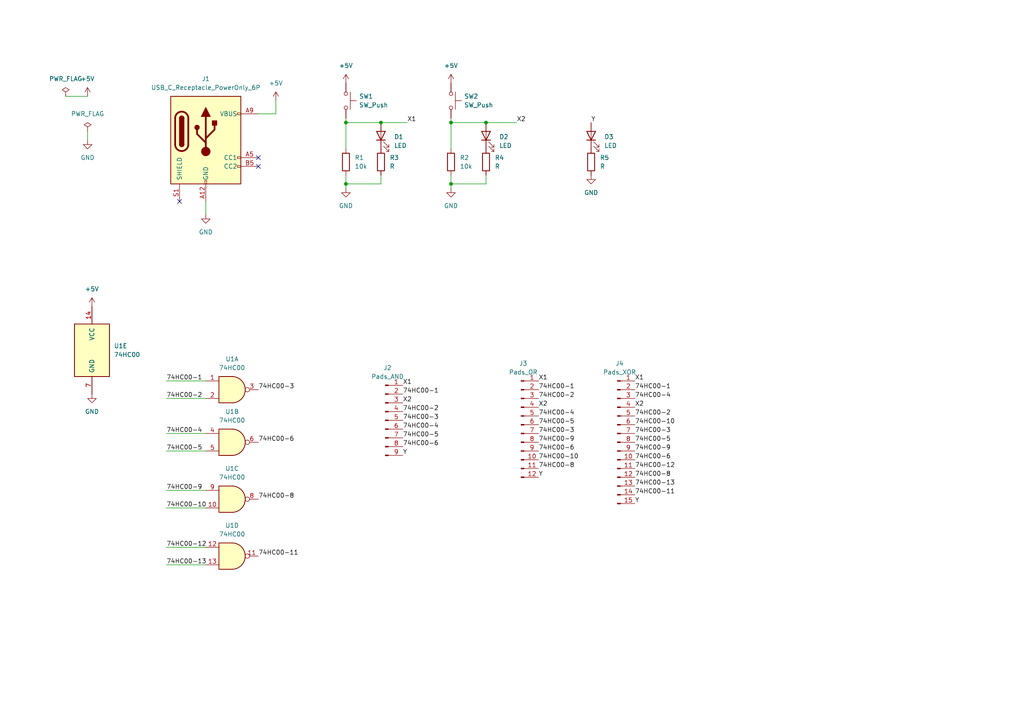
<source format=kicad_sch>
(kicad_sch (version 20211123) (generator eeschema)
  (paper "A4")
  (lib_symbols
    (symbol "74xx:74HC00" (pin_names (offset 1.016))
      (property "Reference" "U" (at 0 1.27 0))
      (property "Value" "74HC00" (at 0 -1.27 0))
      (symbol "74HC00_1_1"
        (arc (start 0 -3.81) (mid 3.81 0) (end 0 3.81) (stroke (width 0.254)) (fill (type background)))
        (polyline (pts (xy 0 3.81) (xy -3.81 3.81) (xy -3.81 -3.81) (xy 0 -3.81)) (stroke (width 0.254)) (fill (type background)))
        (pin input line (at -7.62 2.54 0) (length 3.81) (name "~") (number "1"))
        (pin input line (at -7.62 -2.54 0) (length 3.81) (name "~") (number "2"))
        (pin output inverted (at 7.62 0 180) (length 3.81) (name "~") (number "3"))
      )
      (symbol "74HC00_1_2"
        (arc (start -3.81 -3.81) (mid -2.589 0) (end -3.81 3.81) (stroke (width 0.254)))
        (arc (start -0.6096 -3.81) (mid 2.1842 -2.5851) (end 3.81 0) (stroke (width 0.254)) (fill (type background)))
        (polyline (pts (xy -3.81 -3.81) (xy -0.635 -3.81)) (stroke (width 0.254)) (fill (type background)))
        (polyline (pts (xy -3.81 3.81) (xy -0.635 3.81)) (stroke (width 0.254)) (fill (type background)))
        (polyline (pts (xy -0.635 3.81) (xy -3.81 3.81) (xy -3.81 3.81) (xy -3.556 3.4036) (xy -3.0226 2.2606) (xy -2.6924 1.0414) (xy -2.6162 -0.254) (xy -2.7686 -1.4986) (xy -3.175 -2.7178) (xy -3.81 -3.81) (xy -3.81 -3.81) (xy -0.635 -3.81)) (stroke (width -25.4)) (fill (type background)))
        (arc (start 3.81 0) (mid 2.1915 2.5936) (end -0.6096 3.81) (stroke (width 0.254)) (fill (type background)))
        (pin input inverted (at -7.62 2.54 0) (length 4.318) (name "~") (number "1"))
        (pin input inverted (at -7.62 -2.54 0) (length 4.318) (name "~") (number "2"))
        (pin output line (at 7.62 0 180) (length 3.81) (name "~") (number "3"))
      )
      (symbol "74HC00_2_1"
        (arc (start 0 -3.81) (mid 3.81 0) (end 0 3.81) (stroke (width 0.254)) (fill (type background)))
        (polyline (pts (xy 0 3.81) (xy -3.81 3.81) (xy -3.81 -3.81) (xy 0 -3.81)) (stroke (width 0.254)) (fill (type background)))
        (pin input line (at -7.62 2.54 0) (length 3.81) (name "~") (number "4"))
        (pin input line (at -7.62 -2.54 0) (length 3.81) (name "~") (number "5"))
        (pin output inverted (at 7.62 0 180) (length 3.81) (name "~") (number "6"))
      )
      (symbol "74HC00_2_2"
        (arc (start -3.81 -3.81) (mid -2.589 0) (end -3.81 3.81) (stroke (width 0.254)))
        (arc (start -0.6096 -3.81) (mid 2.1842 -2.5851) (end 3.81 0) (stroke (width 0.254)) (fill (type background)))
        (polyline (pts (xy -3.81 -3.81) (xy -0.635 -3.81)) (stroke (width 0.254)) (fill (type background)))
        (polyline (pts (xy -3.81 3.81) (xy -0.635 3.81)) (stroke (width 0.254)) (fill (type background)))
        (polyline (pts (xy -0.635 3.81) (xy -3.81 3.81) (xy -3.81 3.81) (xy -3.556 3.4036) (xy -3.0226 2.2606) (xy -2.6924 1.0414) (xy -2.6162 -0.254) (xy -2.7686 -1.4986) (xy -3.175 -2.7178) (xy -3.81 -3.81) (xy -3.81 -3.81) (xy -0.635 -3.81)) (stroke (width -25.4)) (fill (type background)))
        (arc (start 3.81 0) (mid 2.1915 2.5936) (end -0.6096 3.81) (stroke (width 0.254)) (fill (type background)))
        (pin input inverted (at -7.62 2.54 0) (length 4.318) (name "~") (number "4"))
        (pin input inverted (at -7.62 -2.54 0) (length 4.318) (name "~") (number "5"))
        (pin output line (at 7.62 0 180) (length 3.81) (name "~") (number "6"))
      )
      (symbol "74HC00_3_1"
        (arc (start 0 -3.81) (mid 3.81 0) (end 0 3.81) (stroke (width 0.254)) (fill (type background)))
        (polyline (pts (xy 0 3.81) (xy -3.81 3.81) (xy -3.81 -3.81) (xy 0 -3.81)) (stroke (width 0.254)) (fill (type background)))
        (pin input line (at -7.62 -2.54 0) (length 3.81) (name "~") (number "10"))
        (pin output inverted (at 7.62 0 180) (length 3.81) (name "~") (number "8"))
        (pin input line (at -7.62 2.54 0) (length 3.81) (name "~") (number "9"))
      )
      (symbol "74HC00_3_2"
        (arc (start -3.81 -3.81) (mid -2.589 0) (end -3.81 3.81) (stroke (width 0.254)))
        (arc (start -0.6096 -3.81) (mid 2.1842 -2.5851) (end 3.81 0) (stroke (width 0.254)) (fill (type background)))
        (polyline (pts (xy -3.81 -3.81) (xy -0.635 -3.81)) (stroke (width 0.254)) (fill (type background)))
        (polyline (pts (xy -3.81 3.81) (xy -0.635 3.81)) (stroke (width 0.254)) (fill (type background)))
        (polyline (pts (xy -0.635 3.81) (xy -3.81 3.81) (xy -3.81 3.81) (xy -3.556 3.4036) (xy -3.0226 2.2606) (xy -2.6924 1.0414) (xy -2.6162 -0.254) (xy -2.7686 -1.4986) (xy -3.175 -2.7178) (xy -3.81 -3.81) (xy -3.81 -3.81) (xy -0.635 -3.81)) (stroke (width -25.4)) (fill (type background)))
        (arc (start 3.81 0) (mid 2.1915 2.5936) (end -0.6096 3.81) (stroke (width 0.254)) (fill (type background)))
        (pin input inverted (at -7.62 -2.54 0) (length 4.318) (name "~") (number "10"))
        (pin output line (at 7.62 0 180) (length 3.81) (name "~") (number "8"))
        (pin input inverted (at -7.62 2.54 0) (length 4.318) (name "~") (number "9"))
      )
      (symbol "74HC00_4_1"
        (arc (start 0 -3.81) (mid 3.81 0) (end 0 3.81) (stroke (width 0.254)) (fill (type background)))
        (polyline (pts (xy 0 3.81) (xy -3.81 3.81) (xy -3.81 -3.81) (xy 0 -3.81)) (stroke (width 0.254)) (fill (type background)))
        (pin output inverted (at 7.62 0 180) (length 3.81) (name "~") (number "11"))
        (pin input line (at -7.62 2.54 0) (length 3.81) (name "~") (number "12"))
        (pin input line (at -7.62 -2.54 0) (length 3.81) (name "~") (number "13"))
      )
      (symbol "74HC00_4_2"
        (arc (start -3.81 -3.81) (mid -2.589 0) (end -3.81 3.81) (stroke (width 0.254)))
        (arc (start -0.6096 -3.81) (mid 2.1842 -2.5851) (end 3.81 0) (stroke (width 0.254)) (fill (type background)))
        (polyline (pts (xy -3.81 -3.81) (xy -0.635 -3.81)) (stroke (width 0.254)) (fill (type background)))
        (polyline (pts (xy -3.81 3.81) (xy -0.635 3.81)) (stroke (width 0.254)) (fill (type background)))
        (polyline (pts (xy -0.635 3.81) (xy -3.81 3.81) (xy -3.81 3.81) (xy -3.556 3.4036) (xy -3.0226 2.2606) (xy -2.6924 1.0414) (xy -2.6162 -0.254) (xy -2.7686 -1.4986) (xy -3.175 -2.7178) (xy -3.81 -3.81) (xy -3.81 -3.81) (xy -0.635 -3.81)) (stroke (width -25.4)) (fill (type background)))
        (arc (start 3.81 0) (mid 2.1915 2.5936) (end -0.6096 3.81) (stroke (width 0.254)) (fill (type background)))
        (pin output line (at 7.62 0 180) (length 3.81) (name "~") (number "11"))
        (pin input inverted (at -7.62 2.54 0) (length 4.318) (name "~") (number "12"))
        (pin input inverted (at -7.62 -2.54 0) (length 4.318) (name "~") (number "13"))
      )
      (symbol "74HC00_5_0"
        (pin power_in line (at 0 12.7 270) (length 5.08) (name "VCC") (number "14"))
        (pin power_in line (at 0 -12.7 90) (length 5.08) (name "GND") (number "7"))
      )
      (symbol "74HC00_5_1"
        (rectangle (start -5.08 7.62) (end 5.08 -7.62) (stroke (width 0.254)) (fill (type background)))
      )
    )
    (symbol "Connector:Conn_01x09_Male" (pin_names (offset 1.016) hide)
      (property "Reference" "J" (at 0 12.7 0))
      (property "Value" "Conn_01x09_Male" (at 0 -12.7 0))
      (symbol "Conn_01x09_Male_1_1"
        (polyline (pts (xy 1.27 -10.16) (xy 0.8636 -10.16)) (stroke (width 0.1524)))
        (polyline (pts (xy 1.27 -7.62) (xy 0.8636 -7.62)) (stroke (width 0.1524)))
        (polyline (pts (xy 1.27 -5.08) (xy 0.8636 -5.08)) (stroke (width 0.1524)))
        (polyline (pts (xy 1.27 -2.54) (xy 0.8636 -2.54)) (stroke (width 0.1524)))
        (polyline (pts (xy 1.27 0) (xy 0.8636 0)) (stroke (width 0.1524)))
        (polyline (pts (xy 1.27 2.54) (xy 0.8636 2.54)) (stroke (width 0.1524)))
        (polyline (pts (xy 1.27 5.08) (xy 0.8636 5.08)) (stroke (width 0.1524)))
        (polyline (pts (xy 1.27 7.62) (xy 0.8636 7.62)) (stroke (width 0.1524)))
        (polyline (pts (xy 1.27 10.16) (xy 0.8636 10.16)) (stroke (width 0.1524)))
        (rectangle (start 0.8636 -10.033) (end 0 -10.287) (stroke (width 0.1524)) (fill (type outline)))
        (rectangle (start 0.8636 -7.493) (end 0 -7.747) (stroke (width 0.1524)) (fill (type outline)))
        (rectangle (start 0.8636 -4.953) (end 0 -5.207) (stroke (width 0.1524)) (fill (type outline)))
        (rectangle (start 0.8636 -2.413) (end 0 -2.667) (stroke (width 0.1524)) (fill (type outline)))
        (rectangle (start 0.8636 0.127) (end 0 -0.127) (stroke (width 0.1524)) (fill (type outline)))
        (rectangle (start 0.8636 2.667) (end 0 2.413) (stroke (width 0.1524)) (fill (type outline)))
        (rectangle (start 0.8636 5.207) (end 0 4.953) (stroke (width 0.1524)) (fill (type outline)))
        (rectangle (start 0.8636 7.747) (end 0 7.493) (stroke (width 0.1524)) (fill (type outline)))
        (rectangle (start 0.8636 10.287) (end 0 10.033) (stroke (width 0.1524)) (fill (type outline)))
        (pin passive line (at 5.08 10.16 180) (length 3.81) (name "Pin_1") (number "1"))
        (pin passive line (at 5.08 7.62 180) (length 3.81) (name "Pin_2") (number "2"))
        (pin passive line (at 5.08 5.08 180) (length 3.81) (name "Pin_3") (number "3"))
        (pin passive line (at 5.08 2.54 180) (length 3.81) (name "Pin_4") (number "4"))
        (pin passive line (at 5.08 0 180) (length 3.81) (name "Pin_5") (number "5"))
        (pin passive line (at 5.08 -2.54 180) (length 3.81) (name "Pin_6") (number "6"))
        (pin passive line (at 5.08 -5.08 180) (length 3.81) (name "Pin_7") (number "7"))
        (pin passive line (at 5.08 -7.62 180) (length 3.81) (name "Pin_8") (number "8"))
        (pin passive line (at 5.08 -10.16 180) (length 3.81) (name "Pin_9") (number "9"))
      )
    )
    (symbol "Connector:Conn_01x12_Male" (pin_names (offset 1.016) hide)
      (property "Reference" "J" (at 0 15.24 0))
      (property "Value" "Conn_01x12_Male" (at 0 -17.78 0))
      (symbol "Conn_01x12_Male_1_1"
        (polyline (pts (xy 1.27 -15.24) (xy 0.8636 -15.24)) (stroke (width 0.1524)))
        (polyline (pts (xy 1.27 -12.7) (xy 0.8636 -12.7)) (stroke (width 0.1524)))
        (polyline (pts (xy 1.27 -10.16) (xy 0.8636 -10.16)) (stroke (width 0.1524)))
        (polyline (pts (xy 1.27 -7.62) (xy 0.8636 -7.62)) (stroke (width 0.1524)))
        (polyline (pts (xy 1.27 -5.08) (xy 0.8636 -5.08)) (stroke (width 0.1524)))
        (polyline (pts (xy 1.27 -2.54) (xy 0.8636 -2.54)) (stroke (width 0.1524)))
        (polyline (pts (xy 1.27 0) (xy 0.8636 0)) (stroke (width 0.1524)))
        (polyline (pts (xy 1.27 2.54) (xy 0.8636 2.54)) (stroke (width 0.1524)))
        (polyline (pts (xy 1.27 5.08) (xy 0.8636 5.08)) (stroke (width 0.1524)))
        (polyline (pts (xy 1.27 7.62) (xy 0.8636 7.62)) (stroke (width 0.1524)))
        (polyline (pts (xy 1.27 10.16) (xy 0.8636 10.16)) (stroke (width 0.1524)))
        (polyline (pts (xy 1.27 12.7) (xy 0.8636 12.7)) (stroke (width 0.1524)))
        (rectangle (start 0.8636 -15.113) (end 0 -15.367) (stroke (width 0.1524)) (fill (type outline)))
        (rectangle (start 0.8636 -12.573) (end 0 -12.827) (stroke (width 0.1524)) (fill (type outline)))
        (rectangle (start 0.8636 -10.033) (end 0 -10.287) (stroke (width 0.1524)) (fill (type outline)))
        (rectangle (start 0.8636 -7.493) (end 0 -7.747) (stroke (width 0.1524)) (fill (type outline)))
        (rectangle (start 0.8636 -4.953) (end 0 -5.207) (stroke (width 0.1524)) (fill (type outline)))
        (rectangle (start 0.8636 -2.413) (end 0 -2.667) (stroke (width 0.1524)) (fill (type outline)))
        (rectangle (start 0.8636 0.127) (end 0 -0.127) (stroke (width 0.1524)) (fill (type outline)))
        (rectangle (start 0.8636 2.667) (end 0 2.413) (stroke (width 0.1524)) (fill (type outline)))
        (rectangle (start 0.8636 5.207) (end 0 4.953) (stroke (width 0.1524)) (fill (type outline)))
        (rectangle (start 0.8636 7.747) (end 0 7.493) (stroke (width 0.1524)) (fill (type outline)))
        (rectangle (start 0.8636 10.287) (end 0 10.033) (stroke (width 0.1524)) (fill (type outline)))
        (rectangle (start 0.8636 12.827) (end 0 12.573) (stroke (width 0.1524)) (fill (type outline)))
        (pin passive line (at 5.08 12.7 180) (length 3.81) (name "Pin_1") (number "1"))
        (pin passive line (at 5.08 -10.16 180) (length 3.81) (name "Pin_10") (number "10"))
        (pin passive line (at 5.08 -12.7 180) (length 3.81) (name "Pin_11") (number "11"))
        (pin passive line (at 5.08 -15.24 180) (length 3.81) (name "Pin_12") (number "12"))
        (pin passive line (at 5.08 10.16 180) (length 3.81) (name "Pin_2") (number "2"))
        (pin passive line (at 5.08 7.62 180) (length 3.81) (name "Pin_3") (number "3"))
        (pin passive line (at 5.08 5.08 180) (length 3.81) (name "Pin_4") (number "4"))
        (pin passive line (at 5.08 2.54 180) (length 3.81) (name "Pin_5") (number "5"))
        (pin passive line (at 5.08 0 180) (length 3.81) (name "Pin_6") (number "6"))
        (pin passive line (at 5.08 -2.54 180) (length 3.81) (name "Pin_7") (number "7"))
        (pin passive line (at 5.08 -5.08 180) (length 3.81) (name "Pin_8") (number "8"))
        (pin passive line (at 5.08 -7.62 180) (length 3.81) (name "Pin_9") (number "9"))
      )
    )
    (symbol "Connector:Conn_01x15_Male" (pin_names (offset 1.016) hide)
      (property "Reference" "J" (at 0 20.32 0))
      (property "Value" "Conn_01x15_Male" (at 0 -20.32 0))
      (symbol "Conn_01x15_Male_1_1"
        (polyline (pts (xy 1.27 -17.78) (xy 0.8636 -17.78)) (stroke (width 0.1524)))
        (polyline (pts (xy 1.27 -15.24) (xy 0.8636 -15.24)) (stroke (width 0.1524)))
        (polyline (pts (xy 1.27 -12.7) (xy 0.8636 -12.7)) (stroke (width 0.1524)))
        (polyline (pts (xy 1.27 -10.16) (xy 0.8636 -10.16)) (stroke (width 0.1524)))
        (polyline (pts (xy 1.27 -7.62) (xy 0.8636 -7.62)) (stroke (width 0.1524)))
        (polyline (pts (xy 1.27 -5.08) (xy 0.8636 -5.08)) (stroke (width 0.1524)))
        (polyline (pts (xy 1.27 -2.54) (xy 0.8636 -2.54)) (stroke (width 0.1524)))
        (polyline (pts (xy 1.27 0) (xy 0.8636 0)) (stroke (width 0.1524)))
        (polyline (pts (xy 1.27 2.54) (xy 0.8636 2.54)) (stroke (width 0.1524)))
        (polyline (pts (xy 1.27 5.08) (xy 0.8636 5.08)) (stroke (width 0.1524)))
        (polyline (pts (xy 1.27 7.62) (xy 0.8636 7.62)) (stroke (width 0.1524)))
        (polyline (pts (xy 1.27 10.16) (xy 0.8636 10.16)) (stroke (width 0.1524)))
        (polyline (pts (xy 1.27 12.7) (xy 0.8636 12.7)) (stroke (width 0.1524)))
        (polyline (pts (xy 1.27 15.24) (xy 0.8636 15.24)) (stroke (width 0.1524)))
        (polyline (pts (xy 1.27 17.78) (xy 0.8636 17.78)) (stroke (width 0.1524)))
        (rectangle (start 0.8636 -17.653) (end 0 -17.907) (stroke (width 0.1524)) (fill (type outline)))
        (rectangle (start 0.8636 -15.113) (end 0 -15.367) (stroke (width 0.1524)) (fill (type outline)))
        (rectangle (start 0.8636 -12.573) (end 0 -12.827) (stroke (width 0.1524)) (fill (type outline)))
        (rectangle (start 0.8636 -10.033) (end 0 -10.287) (stroke (width 0.1524)) (fill (type outline)))
        (rectangle (start 0.8636 -7.493) (end 0 -7.747) (stroke (width 0.1524)) (fill (type outline)))
        (rectangle (start 0.8636 -4.953) (end 0 -5.207) (stroke (width 0.1524)) (fill (type outline)))
        (rectangle (start 0.8636 -2.413) (end 0 -2.667) (stroke (width 0.1524)) (fill (type outline)))
        (rectangle (start 0.8636 0.127) (end 0 -0.127) (stroke (width 0.1524)) (fill (type outline)))
        (rectangle (start 0.8636 2.667) (end 0 2.413) (stroke (width 0.1524)) (fill (type outline)))
        (rectangle (start 0.8636 5.207) (end 0 4.953) (stroke (width 0.1524)) (fill (type outline)))
        (rectangle (start 0.8636 7.747) (end 0 7.493) (stroke (width 0.1524)) (fill (type outline)))
        (rectangle (start 0.8636 10.287) (end 0 10.033) (stroke (width 0.1524)) (fill (type outline)))
        (rectangle (start 0.8636 12.827) (end 0 12.573) (stroke (width 0.1524)) (fill (type outline)))
        (rectangle (start 0.8636 15.367) (end 0 15.113) (stroke (width 0.1524)) (fill (type outline)))
        (rectangle (start 0.8636 17.907) (end 0 17.653) (stroke (width 0.1524)) (fill (type outline)))
        (pin passive line (at 5.08 17.78 180) (length 3.81) (name "Pin_1") (number "1"))
        (pin passive line (at 5.08 -5.08 180) (length 3.81) (name "Pin_10") (number "10"))
        (pin passive line (at 5.08 -7.62 180) (length 3.81) (name "Pin_11") (number "11"))
        (pin passive line (at 5.08 -10.16 180) (length 3.81) (name "Pin_12") (number "12"))
        (pin passive line (at 5.08 -12.7 180) (length 3.81) (name "Pin_13") (number "13"))
        (pin passive line (at 5.08 -15.24 180) (length 3.81) (name "Pin_14") (number "14"))
        (pin passive line (at 5.08 -17.78 180) (length 3.81) (name "Pin_15") (number "15"))
        (pin passive line (at 5.08 15.24 180) (length 3.81) (name "Pin_2") (number "2"))
        (pin passive line (at 5.08 12.7 180) (length 3.81) (name "Pin_3") (number "3"))
        (pin passive line (at 5.08 10.16 180) (length 3.81) (name "Pin_4") (number "4"))
        (pin passive line (at 5.08 7.62 180) (length 3.81) (name "Pin_5") (number "5"))
        (pin passive line (at 5.08 5.08 180) (length 3.81) (name "Pin_6") (number "6"))
        (pin passive line (at 5.08 2.54 180) (length 3.81) (name "Pin_7") (number "7"))
        (pin passive line (at 5.08 0 180) (length 3.81) (name "Pin_8") (number "8"))
        (pin passive line (at 5.08 -2.54 180) (length 3.81) (name "Pin_9") (number "9"))
      )
    )
    (symbol "Connector:USB_C_Receptacle_PowerOnly_6P" (pin_names (offset 1.016))
      (property "Reference" "J" (at 0 16.51 0))
      (property "Value" "USB_C_Receptacle_PowerOnly_6P" (at 0 13.97 0))
      (symbol "USB_C_Receptacle_PowerOnly_6P_0_0"
        (rectangle (start -0.254 -12.7) (end 0.254 -11.684))
        (rectangle (start 10.16 -7.366) (end 9.144 -7.874))
        (rectangle (start 10.16 -4.826) (end 9.144 -5.334))
        (rectangle (start 10.16 7.874) (end 9.144 7.366))
      )
      (symbol "USB_C_Receptacle_PowerOnly_6P_0_1"
        (rectangle (start -10.16 12.7) (end 10.16 -12.7) (stroke (width 0.254)) (fill (type background)))
        (arc (start -8.89 -1.27) (mid -6.985 -3.175) (end -5.08 -1.27) (stroke (width 0.508)))
        (arc (start -7.62 -1.27) (mid -6.985 -1.905) (end -6.35 -1.27) (stroke (width 0.254)))
        (arc (start -7.62 -1.27) (mid -6.985 -1.905) (end -6.35 -1.27) (stroke (width 0.254)) (fill (type outline)))
        (rectangle (start -7.62 -1.27) (end -6.35 6.35) (stroke (width 0.254)) (fill (type outline)))
        (arc (start -6.35 6.35) (mid -6.985 6.985) (end -7.62 6.35) (stroke (width 0.254)))
        (arc (start -6.35 6.35) (mid -6.985 6.985) (end -7.62 6.35) (stroke (width 0.254)) (fill (type outline)))
        (arc (start -5.08 6.35) (mid -6.985 8.255) (end -8.89 6.35) (stroke (width 0.508)))
        (circle (center -2.54 3.683) (radius 0.635) (stroke (width 0.254)) (fill (type outline)))
        (circle (center 0 -3.302) (radius 1.27) (fill (type outline)))
        (polyline (pts (xy -8.89 -1.27) (xy -8.89 6.35)) (stroke (width 0.508)))
        (polyline (pts (xy -5.08 6.35) (xy -5.08 -1.27)) (stroke (width 0.508)))
        (polyline (pts (xy 0 -3.302) (xy 0 6.858)) (stroke (width 0.508)))
        (polyline (pts (xy 0 -0.762) (xy -2.54 1.778) (xy -2.54 3.048)) (stroke (width 0.508)))
        (polyline (pts (xy 0 0.508) (xy 2.54 3.048) (xy 2.54 4.318)) (stroke (width 0.508)))
        (polyline (pts (xy -1.27 6.858) (xy 0 9.398) (xy 1.27 6.858) (xy -1.27 6.858)) (stroke (width 0.254)) (fill (type outline)))
        (rectangle (start 1.905 4.318) (end 3.175 5.588) (stroke (width 0.254)) (fill (type outline)))
      )
      (symbol "USB_C_Receptacle_PowerOnly_6P_1_1"
        (pin passive line (at 0 -17.78 90) (length 5.08) (name "GND") (number "A12"))
        (pin bidirectional line (at 15.24 -5.08 180) (length 5.08) (name "CC1") (number "A5"))
        (pin passive line (at 15.24 7.62 180) (length 5.08) (name "VBUS") (number "A9"))
        (pin passive line (at 0 -17.78 90) (length 5.08) hide (name "GND") (number "B12"))
        (pin bidirectional line (at 15.24 -7.62 180) (length 5.08) (name "CC2") (number "B5"))
        (pin passive line (at 15.24 7.62 180) (length 5.08) hide (name "VBUS") (number "B9"))
        (pin passive line (at -7.62 -17.78 90) (length 5.08) (name "SHIELD") (number "S1"))
      )
    )
    (symbol "Device:LED" (pin_numbers hide) (pin_names (offset 1.016) hide)
      (property "Reference" "D" (at 0 2.54 0))
      (property "Value" "LED" (at 0 -2.54 0))
      (symbol "LED_0_1"
        (polyline (pts (xy -1.27 -1.27) (xy -1.27 1.27)) (stroke (width 0.254)))
        (polyline (pts (xy -1.27 0) (xy 1.27 0)))
        (polyline (pts (xy 1.27 -1.27) (xy 1.27 1.27) (xy -1.27 0) (xy 1.27 -1.27)) (stroke (width 0.254)))
        (polyline (pts (xy -3.048 -0.762) (xy -4.572 -2.286) (xy -3.81 -2.286) (xy -4.572 -2.286) (xy -4.572 -1.524)))
        (polyline (pts (xy -1.778 -0.762) (xy -3.302 -2.286) (xy -2.54 -2.286) (xy -3.302 -2.286) (xy -3.302 -1.524)))
      )
      (symbol "LED_1_1"
        (pin passive line (at -3.81 0 0) (length 2.54) (name "K") (number "1"))
        (pin passive line (at 3.81 0 180) (length 2.54) (name "A") (number "2"))
      )
    )
    (symbol "Device:R" (pin_numbers hide) (pin_names (offset 0))
      (property "Reference" "R" (at 2.032 0 90))
      (property "Value" "R" (at 0 0 90))
      (symbol "R_0_1"
        (rectangle (start -1.016 -2.54) (end 1.016 2.54) (stroke (width 0.254)))
      )
      (symbol "R_1_1"
        (pin passive line (at 0 3.81 270) (length 1.27) (name "~") (number "1"))
        (pin passive line (at 0 -3.81 90) (length 1.27) (name "~") (number "2"))
      )
    )
    (symbol "Switch:SW_Push" (pin_numbers hide) (pin_names (offset 1.016) hide)
      (property "Reference" "SW" (at 1.27 2.54 0))
      (property "Value" "SW_Push" (at 0 -1.524 0))
      (symbol "SW_Push_0_1"
        (circle (center -2.032 0) (radius 0.508))
        (polyline (pts (xy 0 1.27) (xy 0 3.048)))
        (polyline (pts (xy 2.54 1.27) (xy -2.54 1.27)))
        (circle (center 2.032 0) (radius 0.508))
        (pin passive line (at -5.08 0 0) (length 2.54) (name "1") (number "1"))
        (pin passive line (at 5.08 0 180) (length 2.54) (name "2") (number "2"))
      )
    )
    (symbol "power:+5V" (power) (pin_names (offset 0))
      (property "Value" "+5V" (at 0 3.556 0))
      (symbol "+5V_0_1"
        (polyline (pts (xy -0.762 1.27) (xy 0 2.54)))
        (polyline (pts (xy 0 0) (xy 0 2.54)))
        (polyline (pts (xy 0 2.54) (xy 0.762 1.27)))
      )
      (symbol "+5V_1_1"
        (pin power_in line (at 0 0 90) (length 0) hide (name "+5V") (number "1"))
      )
    )
    (symbol "power:GND" (power) (pin_names (offset 0))
      (property "Value" "GND" (at 0 -3.81 0))
      (symbol "GND_0_1"
        (polyline (pts (xy 0 0) (xy 0 -1.27) (xy 1.27 -1.27) (xy 0 -2.54) (xy -1.27 -1.27) (xy 0 -1.27)))
      )
      (symbol "GND_1_1"
        (pin power_in line (at 0 0 270) (length 0) hide (name "GND") (number "1"))
      )
    )
    (symbol "power:PWR_FLAG" (power) (pin_numbers hide) (pin_names (offset 0) hide)
      (property "Value" "PWR_FLAG" (at 0 3.81 0))
      (symbol "PWR_FLAG_0_0"
        (pin power_out line (at 0 0 90) (length 0) (name "pwr") (number "1"))
      )
      (symbol "PWR_FLAG_0_1"
        (polyline (pts (xy 0 0) (xy 0 1.27) (xy -1.016 1.905) (xy 0 2.54) (xy 1.016 1.905) (xy 0 1.27)))
      )
    )
  )
  (junction (at 110.49 35.56))
  (junction (at 100.33 35.56))
  (junction (at 130.81 35.56))
  (junction (at 140.97 35.56))
  (junction (at 130.81 53.34))
  (junction (at 100.33 53.34))
  (no_connect (at 74.93 45.72))
  (no_connect (at 74.93 48.26))
  (no_connect (at 52.07 58.42))
  (wire (pts (xy 19.05 27.94) (xy 25.4 27.94)))
  (wire (pts (xy 100.33 43.18) (xy 100.33 35.56)))
  (wire (pts (xy 110.49 53.34) (xy 100.33 53.34)))
  (wire (pts (xy 130.81 35.56) (xy 130.81 34.29)))
  (wire (pts (xy 110.49 35.56) (xy 118.11 35.56)))
  (wire (pts (xy 100.33 50.8) (xy 100.33 53.34)))
  (wire (pts (xy 48.26 125.73) (xy 59.69 125.73)))
  (wire (pts (xy 130.81 43.18) (xy 130.81 35.56)))
  (wire (pts (xy 48.26 142.24) (xy 59.69 142.24)))
  (wire (pts (xy 100.33 53.34) (xy 100.33 54.61)))
  (wire (pts (xy 59.69 58.42) (xy 59.69 62.23)))
  (wire (pts (xy 80.01 33.02) (xy 80.01 29.21)))
  (wire (pts (xy 25.4 38.1) (xy 25.4 40.64)))
  (wire (pts (xy 48.26 158.75) (xy 59.69 158.75)))
  (wire (pts (xy 48.26 115.57) (xy 59.69 115.57)))
  (wire (pts (xy 48.26 163.83) (xy 59.69 163.83)))
  (wire (pts (xy 110.49 50.8) (xy 110.49 53.34)))
  (wire (pts (xy 140.97 50.8) (xy 140.97 53.34)))
  (wire (pts (xy 74.93 33.02) (xy 80.01 33.02)))
  (wire (pts (xy 130.81 50.8) (xy 130.81 53.34)))
  (wire (pts (xy 130.81 35.56) (xy 140.97 35.56)))
  (wire (pts (xy 48.26 130.81) (xy 59.69 130.81)))
  (wire (pts (xy 140.97 35.56) (xy 149.86 35.56)))
  (wire (pts (xy 140.97 53.34) (xy 130.81 53.34)))
  (wire (pts (xy 100.33 35.56) (xy 110.49 35.56)))
  (wire (pts (xy 100.33 35.56) (xy 100.33 34.29)))
  (wire (pts (xy 48.26 110.49) (xy 59.69 110.49)))
  (wire (pts (xy 130.81 53.34) (xy 130.81 54.61)))
  (wire (pts (xy 48.26 147.32) (xy 59.69 147.32)))
  (label "74HC00-6" (at 184.15 133.35 0))
  (label "74HC00-8" (at 156.21 135.89 0))
  (label "74HC00-3" (at 156.21 125.73 0))
  (label "74HC00-3" (at 74.93 113.03 0))
  (label "74HC00-10" (at 184.15 123.19 0))
  (label "74HC00-12" (at 48.26 158.75 0))
  (label "74HC00-5" (at 156.21 123.19 0))
  (label "74HC00-4" (at 116.84 124.46 0))
  (label "Y" (at 171.45 35.56 0))
  (label "X1" (at 118.11 35.56 0))
  (label "74HC00-8" (at 184.15 138.43 0))
  (label "X2" (at 156.21 118.11 0))
  (label "74HC00-3" (at 184.15 125.73 0))
  (label "74HC00-3" (at 116.84 121.92 0))
  (label "74HC00-10" (at 156.21 133.35 0))
  (label "74HC00-6" (at 156.21 130.81 0))
  (label "74HC00-5" (at 116.84 127 0))
  (label "X1" (at 184.15 110.49 0))
  (label "74HC00-2" (at 156.21 115.57 0))
  (label "74HC00-11" (at 74.93 161.29 0))
  (label "X1" (at 156.21 110.49 0))
  (label "74HC00-6" (at 74.93 128.27 0))
  (label "X2" (at 149.86 35.56 0))
  (label "74HC00-1" (at 184.15 113.03 0))
  (label "74HC00-8" (at 74.93 144.78 0))
  (label "74HC00-2" (at 184.15 120.65 0))
  (label "74HC00-13" (at 184.15 140.97 0))
  (label "X1" (at 116.84 111.76 0))
  (label "74HC00-9" (at 184.15 130.81 0))
  (label "74HC00-4" (at 48.26 125.73 0))
  (label "74HC00-12" (at 184.15 135.89 0))
  (label "X2" (at 184.15 118.11 0))
  (label "74HC00-10" (at 48.26 147.32 0))
  (label "74HC00-9" (at 48.26 142.24 0))
  (label "74HC00-13" (at 48.26 163.83 0))
  (label "74HC00-11" (at 184.15 143.51 0))
  (label "Y" (at 184.15 146.05 0))
  (label "74HC00-1" (at 156.21 113.03 0))
  (label "74HC00-9" (at 156.21 128.27 0))
  (label "74HC00-5" (at 184.15 128.27 0))
  (label "Y" (at 116.84 132.08 0))
  (label "Y" (at 156.21 138.43 0))
  (label "X2" (at 116.84 116.84 0))
  (label "74HC00-5" (at 48.26 130.81 0))
  (label "74HC00-2" (at 48.26 115.57 0))
  (label "74HC00-6" (at 116.84 129.54 0))
  (label "74HC00-4" (at 184.15 115.57 0))
  (label "74HC00-1" (at 116.84 114.3 0))
  (label "74HC00-1" (at 48.26 110.49 0))
  (label "74HC00-4" (at 156.21 120.65 0))
  (label "74HC00-2" (at 116.84 119.38 0))
  (symbol (lib_id "Device:LED") (at 171.45 39.37 90) (unit 1)
    (property "Reference" "D3" (at 175.26 39.6874 90) (effects (justify right)))
    (property "Value" "LED" (at 175.26 42.2274 90) (effects (justify right)))
    (property "Footprint" "LED_THT:LED_D3.0mm" (effects hide))
  )
  (symbol (lib_id "74xx:74HC00") (at 67.31 161.29 0) (unit 4)
    (property "Reference" "U1" (at 67.31 152.4 0))
    (property "Value" "74HC00" (at 67.31 154.94 0))
    (property "Footprint" "Package_DIP:DIP-14_W7.62mm" (effects hide))
    (property "Datasheet" "http://www.ti.com/lit/gpn/sn74hc00" (effects hide))
  )
  (symbol (lib_id "power:GND") (at 59.69 62.23 0) (unit 1)
    (property "Reference" "#PWR03" (effects hide))
    (property "Value" "GND" (at 59.69 67.31 0))
  )
  (symbol (lib_id "power:+5V") (at 25.4 27.94 0) (unit 1)
    (property "Reference" "#PWR01" (effects hide))
    (property "Value" "+5V" (at 25.4 22.86 0))
  )
  (symbol (lib_id "power:GND") (at 130.81 54.61 0) (unit 1)
    (property "Reference" "#PWR08" (effects hide))
    (property "Value" "GND" (at 130.81 59.69 0))
  )
  (symbol (lib_id "power:+5V") (at 100.33 24.13 0) (unit 1)
    (property "Reference" "#PWR05" (effects hide))
    (property "Value" "+5V" (at 100.33 19.05 0))
  )
  (symbol (lib_id "power:GND") (at 26.67 114.3 0) (unit 1)
    (property "Reference" "#PWR011" (effects hide))
    (property "Value" "GND" (at 26.67 119.38 0))
  )
  (symbol (lib_id "74xx:74HC00") (at 67.31 144.78 0) (unit 3)
    (property "Reference" "U1" (at 67.31 135.89 0))
    (property "Value" "74HC00" (at 67.31 138.43 0))
    (property "Footprint" "Package_DIP:DIP-14_W7.62mm" (effects hide))
    (property "Datasheet" "http://www.ti.com/lit/gpn/sn74hc00" (effects hide))
  )
  (symbol (lib_id "Device:R") (at 100.33 46.99 0) (unit 1)
    (property "Reference" "R1" (at 102.87 45.7199 0) (effects (justify left)))
    (property "Value" "10k" (at 102.87 48.2599 0) (effects (justify left)))
    (property "Footprint" "Resistor_THT:R_Axial_DIN0204_L3.6mm_D1.6mm_P7.62mm_Horizontal" (effects hide))
  )
  (symbol (lib_id "74xx:74HC00") (at 26.67 101.6 0) (unit 5)
    (property "Reference" "U1" (at 33.02 100.3299 0) (effects (justify left)))
    (property "Value" "74HC00" (at 33.02 102.8699 0) (effects (justify left)))
    (property "Footprint" "Package_DIP:DIP-14_W7.62mm" (effects hide))
    (property "Datasheet" "http://www.ti.com/lit/gpn/sn74hc00" (effects hide))
  )
  (symbol (lib_id "Device:LED") (at 110.49 39.37 90) (unit 1)
    (property "Reference" "D1" (at 114.3 39.6874 90) (effects (justify right)))
    (property "Value" "LED" (at 114.3 42.2274 90) (effects (justify right)))
    (property "Footprint" "LED_THT:LED_D3.0mm" (effects hide))
  )
  (symbol (lib_id "power:PWR_FLAG") (at 19.05 27.94 0) (unit 1)
    (property "Reference" "#FLG01" (effects hide))
    (property "Value" "PWR_FLAG" (at 19.05 22.86 0))
  )
  (symbol (lib_id "Device:R") (at 140.97 46.99 0) (unit 1)
    (property "Reference" "R4" (at 143.51 45.7199 0) (effects (justify left)))
    (property "Value" "R" (at 143.51 48.2599 0) (effects (justify left)))
    (property "Footprint" "Resistor_THT:R_Axial_DIN0204_L3.6mm_D1.6mm_P7.62mm_Horizontal" (effects hide))
  )
  (symbol (lib_id "power:GND") (at 100.33 54.61 0) (unit 1)
    (property "Reference" "#PWR06" (effects hide))
    (property "Value" "GND" (at 100.33 59.69 0))
  )
  (symbol (lib_id "Device:R") (at 171.45 46.99 0) (unit 1)
    (property "Reference" "R5" (at 173.99 45.7199 0) (effects (justify left)))
    (property "Value" "R" (at 173.99 48.2599 0) (effects (justify left)))
    (property "Footprint" "Resistor_THT:R_Axial_DIN0204_L3.6mm_D1.6mm_P7.62mm_Horizontal" (effects hide))
  )
  (symbol (lib_id "74xx:74HC00") (at 67.31 128.27 0) (unit 2)
    (property "Reference" "U1" (at 67.31 119.38 0))
    (property "Value" "74HC00" (at 67.31 121.92 0))
    (property "Footprint" "Package_DIP:DIP-14_W7.62mm" (effects hide))
    (property "Datasheet" "http://www.ti.com/lit/gpn/sn74hc00" (effects hide))
  )
  (symbol (lib_id "Connector:Conn_01x15_Male") (at 179.07 128.27 0) (unit 1)
    (property "Reference" "J4" (at 179.705 105.41 0))
    (property "Value" "Pads_XOR" (at 179.705 107.95 0))
    (property "Footprint" "simpleLogicCircuit:pads_of_xor" (effects hide))
  )
  (symbol (lib_id "power:GND") (at 171.45 50.8 0) (unit 1)
    (property "Reference" "#PWR09" (effects hide))
    (property "Value" "GND" (at 171.45 55.88 0))
  )
  (symbol (lib_id "power:GND") (at 25.4 40.64 0) (unit 1)
    (property "Reference" "#PWR02" (effects hide))
    (property "Value" "GND" (at 25.4 45.72 0))
  )
  (symbol (lib_id "Connector:Conn_01x09_Male") (at 111.76 121.92 0) (unit 1)
    (property "Reference" "J2" (at 112.395 106.68 0))
    (property "Value" "Pads_AND" (at 112.395 109.22 0))
    (property "Footprint" "simpleLogicCircuit:pads_of_and" (effects hide))
  )
  (symbol (lib_id "Device:R") (at 130.81 46.99 0) (unit 1)
    (property "Reference" "R2" (at 133.35 45.7199 0) (effects (justify left)))
    (property "Value" "10k" (at 133.35 48.2599 0) (effects (justify left)))
    (property "Footprint" "Resistor_THT:R_Axial_DIN0204_L3.6mm_D1.6mm_P7.62mm_Horizontal" (effects hide))
  )
  (symbol (lib_id "Switch:SW_Push") (at 100.33 29.21 270) (unit 1)
    (property "Reference" "SW1" (at 104.14 27.9399 90) (effects (justify left)))
    (property "Value" "SW_Push" (at 104.14 30.4799 90) (effects (justify left)))
    (property "Footprint" "Button_Switch_THT:SW_PUSH_6mm" (effects hide))
  )
  (symbol (lib_id "Device:R") (at 110.49 46.99 0) (unit 1)
    (property "Reference" "R3" (at 113.03 45.7199 0) (effects (justify left)))
    (property "Value" "R" (at 113.03 48.2599 0) (effects (justify left)))
    (property "Footprint" "Resistor_THT:R_Axial_DIN0204_L3.6mm_D1.6mm_P7.62mm_Horizontal" (effects hide))
  )
  (symbol (lib_id "74xx:74HC00") (at 67.31 113.03 0) (unit 1)
    (property "Reference" "U1" (at 67.31 104.14 0))
    (property "Value" "74HC00" (at 67.31 106.68 0))
    (property "Footprint" "Package_DIP:DIP-14_W7.62mm" (effects hide))
    (property "Datasheet" "http://www.ti.com/lit/gpn/sn74hc00" (effects hide))
  )
  (symbol (lib_id "Connector:USB_C_Receptacle_PowerOnly_6P") (at 59.69 40.64 0) (unit 1)
    (property "Reference" "J1" (at 59.69 22.86 0))
    (property "Value" "USB_C_Receptacle_PowerOnly_6P" (at 59.69 25.4 0))
    (property "Footprint" "simpleLogicCircuit:USB-C-A295-CTRPB-1" (effects hide))
    (property "Datasheet" "https://www.usb.org/sites/default/files/documents/usb_type-c.zip" (effects hide))
  )
  (symbol (lib_id "Connector:Conn_01x12_Male") (at 151.13 123.19 0) (unit 1)
    (property "Reference" "J3" (at 151.765 105.41 0))
    (property "Value" "Pads_OR" (at 151.765 107.95 0))
    (property "Footprint" "simpleLogicCircuit:pads_of_or" (effects hide))
  )
  (symbol (lib_id "Switch:SW_Push") (at 130.81 29.21 270) (unit 1)
    (property "Reference" "SW2" (at 134.62 27.9399 90) (effects (justify left)))
    (property "Value" "SW_Push" (at 134.62 30.4799 90) (effects (justify left)))
    (property "Footprint" "Button_Switch_THT:SW_PUSH_6mm" (effects hide))
  )
  (symbol (lib_id "Device:LED") (at 140.97 39.37 90) (unit 1)
    (property "Reference" "D2" (at 144.78 39.6874 90) (effects (justify right)))
    (property "Value" "LED" (at 144.78 42.2274 90) (effects (justify right)))
    (property "Footprint" "LED_THT:LED_D3.0mm" (effects hide))
  )
  (symbol (lib_id "power:+5V") (at 130.81 24.13 0) (unit 1)
    (property "Reference" "#PWR07" (effects hide))
    (property "Value" "+5V" (at 130.81 19.05 0))
  )
  (symbol (lib_id "power:PWR_FLAG") (at 25.4 38.1 0) (unit 1)
    (property "Reference" "#FLG02" (effects hide))
    (property "Value" "PWR_FLAG" (at 25.4 33.02 0))
  )
  (symbol (lib_id "power:+5V") (at 80.01 29.21 0) (unit 1)
    (property "Reference" "#PWR04" (effects hide))
    (property "Value" "+5V" (at 80.01 24.13 0))
  )
  (symbol (lib_id "power:+5V") (at 26.67 88.9 0) (unit 1)
    (property "Reference" "#PWR010" (effects hide))
    (property "Value" "+5V" (at 26.67 83.82 0))
  )
)
</source>
